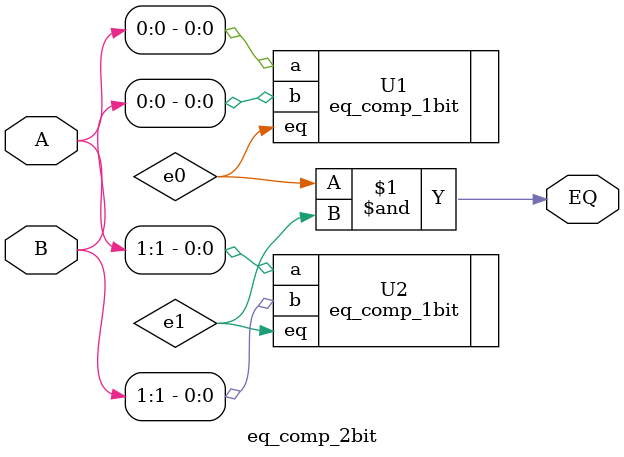
<source format=sv>
`timescale 1ns / 1ps


module eq_comp_2bit(
    input logic [1:0] A, B,
    output logic EQ
    );
    //internal signal declaration
    logic e0, e1;
    //program body
    //instantiate two 1-bit comparators
    eq_comp_1bit U1(
    .a(A[0]),
    .b(B[0]),
    .eq(e0));
    
    eq_comp_1bit U2(
    .a(A[1]),
    .b(B[1]),
    .eq(e1));
    
    assign EQ = e0 & e1;                                                     
endmodule

</source>
